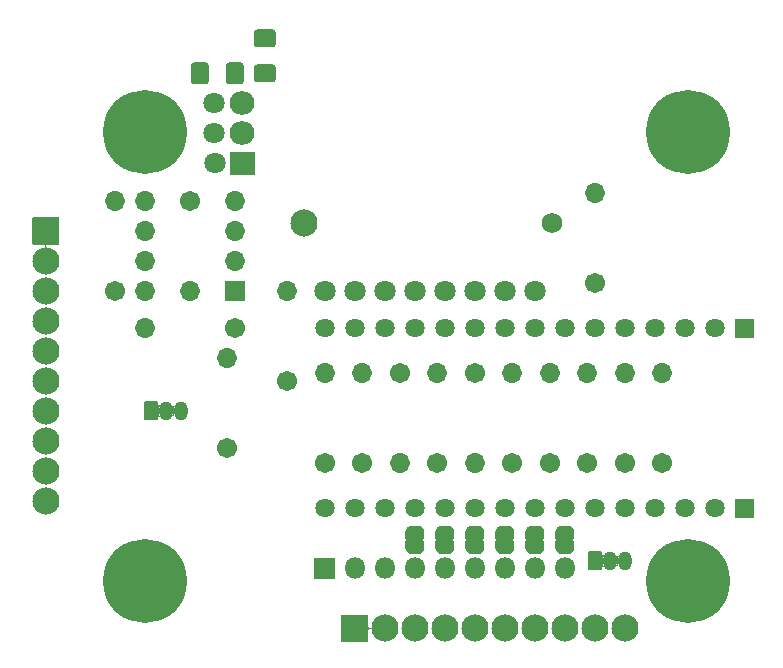
<source format=gbs>
G04 #@! TF.GenerationSoftware,KiCad,Pcbnew,(5.1.10)-1*
G04 #@! TF.CreationDate,2021-09-02T16:04:07+02:00*
G04 #@! TF.ProjectId,Motorrumsstyrning,4d6f746f-7272-4756-9d73-737479726e69,rev?*
G04 #@! TF.SameCoordinates,Original*
G04 #@! TF.FileFunction,Soldermask,Bot*
G04 #@! TF.FilePolarity,Negative*
%FSLAX46Y46*%
G04 Gerber Fmt 4.6, Leading zero omitted, Abs format (unit mm)*
G04 Created by KiCad (PCBNEW (5.1.10)-1) date 2021-09-02 16:04:07*
%MOMM*%
%LPD*%
G01*
G04 APERTURE LIST*
%ADD10O,2.102000X2.007000*%
%ADD11C,1.752000*%
%ADD12C,2.302000*%
%ADD13C,1.632000*%
%ADD14O,1.802000X1.802000*%
%ADD15C,1.802000*%
%ADD16C,0.100000*%
%ADD17O,1.702000X1.702000*%
%ADD18C,1.702000*%
%ADD19O,1.152000X1.602000*%
%ADD20C,7.102000*%
G04 APERTURE END LIST*
D10*
X135255000Y-75565000D03*
X135255000Y-78105000D03*
G36*
G01*
X136255000Y-81648500D02*
X134255000Y-81648500D01*
G75*
G02*
X134204000Y-81597500I0J51000D01*
G01*
X134204000Y-79692500D01*
G75*
G02*
X134255000Y-79641500I51000J0D01*
G01*
X136255000Y-79641500D01*
G75*
G02*
X136306000Y-79692500I0J-51000D01*
G01*
X136306000Y-81597500D01*
G75*
G02*
X136255000Y-81648500I-51000J0D01*
G01*
G37*
D11*
X161450000Y-85650000D03*
D12*
X140450000Y-85650000D03*
G36*
G01*
X136501894Y-72261500D02*
X137818106Y-72261500D01*
G75*
G02*
X138086000Y-72529394I0J-267894D01*
G01*
X138086000Y-73520606D01*
G75*
G02*
X137818106Y-73788500I-267894J0D01*
G01*
X136501894Y-73788500D01*
G75*
G02*
X136234000Y-73520606I0J267894D01*
G01*
X136234000Y-72529394D01*
G75*
G02*
X136501894Y-72261500I267894J0D01*
G01*
G37*
G36*
G01*
X136501894Y-69286500D02*
X137818106Y-69286500D01*
G75*
G02*
X138086000Y-69554394I0J-267894D01*
G01*
X138086000Y-70545606D01*
G75*
G02*
X137818106Y-70813500I-267894J0D01*
G01*
X136501894Y-70813500D01*
G75*
G02*
X136234000Y-70545606I0J267894D01*
G01*
X136234000Y-69554394D01*
G75*
G02*
X136501894Y-69286500I267894J0D01*
G01*
G37*
G36*
G01*
X133856500Y-73683106D02*
X133856500Y-72366894D01*
G75*
G02*
X134124394Y-72099000I267894J0D01*
G01*
X135115606Y-72099000D01*
G75*
G02*
X135383500Y-72366894I0J-267894D01*
G01*
X135383500Y-73683106D01*
G75*
G02*
X135115606Y-73951000I-267894J0D01*
G01*
X134124394Y-73951000D01*
G75*
G02*
X133856500Y-73683106I0J267894D01*
G01*
G37*
G36*
G01*
X130881500Y-73683106D02*
X130881500Y-72366894D01*
G75*
G02*
X131149394Y-72099000I267894J0D01*
G01*
X132140606Y-72099000D01*
G75*
G02*
X132408500Y-72366894I0J-267894D01*
G01*
X132408500Y-73683106D01*
G75*
G02*
X132140606Y-73951000I-267894J0D01*
G01*
X131149394Y-73951000D01*
G75*
G02*
X130881500Y-73683106I0J267894D01*
G01*
G37*
D13*
X142240000Y-94615000D03*
X144780000Y-94615000D03*
X147320000Y-94615000D03*
X149860000Y-94615000D03*
X152400000Y-94615000D03*
X154940000Y-94615000D03*
X157480000Y-94615000D03*
X160020000Y-94615000D03*
X162560000Y-94615000D03*
X165100000Y-94615000D03*
X167640000Y-94615000D03*
X170180000Y-94615000D03*
X172720000Y-94615000D03*
X175260000Y-94615000D03*
G36*
G01*
X177035000Y-93799000D02*
X178565000Y-93799000D01*
G75*
G02*
X178616000Y-93850000I0J-51000D01*
G01*
X178616000Y-95380000D01*
G75*
G02*
X178565000Y-95431000I-51000J0D01*
G01*
X177035000Y-95431000D01*
G75*
G02*
X176984000Y-95380000I0J51000D01*
G01*
X176984000Y-93850000D01*
G75*
G02*
X177035000Y-93799000I51000J0D01*
G01*
G37*
X142240000Y-109855000D03*
X144780000Y-109855000D03*
X147320000Y-109855000D03*
X149860000Y-109855000D03*
X152400000Y-109855000D03*
X154940000Y-109855000D03*
X157480000Y-109855000D03*
X160020000Y-109855000D03*
X162560000Y-109855000D03*
X165100000Y-109855000D03*
X167640000Y-109855000D03*
X170180000Y-109855000D03*
X172720000Y-109855000D03*
X175260000Y-109855000D03*
G36*
G01*
X177035000Y-109039000D02*
X178565000Y-109039000D01*
G75*
G02*
X178616000Y-109090000I0J-51000D01*
G01*
X178616000Y-110620000D01*
G75*
G02*
X178565000Y-110671000I-51000J0D01*
G01*
X177035000Y-110671000D01*
G75*
G02*
X176984000Y-110620000I0J51000D01*
G01*
X176984000Y-109090000D01*
G75*
G02*
X177035000Y-109039000I51000J0D01*
G01*
G37*
D14*
X162560000Y-114935000D03*
X160020000Y-114935000D03*
X157480000Y-114935000D03*
X154940000Y-114935000D03*
X152400000Y-114935000D03*
X149860000Y-114935000D03*
X147320000Y-114935000D03*
X144780000Y-114935000D03*
G36*
G01*
X143090000Y-115836000D02*
X141390000Y-115836000D01*
G75*
G02*
X141339000Y-115785000I0J51000D01*
G01*
X141339000Y-114085000D01*
G75*
G02*
X141390000Y-114034000I51000J0D01*
G01*
X143090000Y-114034000D01*
G75*
G02*
X143141000Y-114085000I0J-51000D01*
G01*
X143141000Y-115785000D01*
G75*
G02*
X143090000Y-115836000I-51000J0D01*
G01*
G37*
D15*
X132842000Y-78105000D03*
X132969000Y-80645000D03*
X132842000Y-75565000D03*
D16*
G36*
X163360020Y-112381950D02*
G01*
X163357118Y-112391517D01*
X163352405Y-112400334D01*
X163346062Y-112408062D01*
X163338334Y-112414405D01*
X163329517Y-112419118D01*
X163319950Y-112422020D01*
X163310000Y-112423000D01*
X161810000Y-112423000D01*
X161800050Y-112422020D01*
X161790483Y-112419118D01*
X161781666Y-112414405D01*
X161773938Y-112408062D01*
X161767595Y-112400334D01*
X161762882Y-112391517D01*
X161759980Y-112381950D01*
X161759000Y-112372000D01*
X161759000Y-111872000D01*
X161759602Y-111865888D01*
X161759602Y-111847466D01*
X161759848Y-111842467D01*
X161764658Y-111793636D01*
X161765392Y-111788686D01*
X161774964Y-111740561D01*
X161776180Y-111735705D01*
X161790424Y-111688750D01*
X161792110Y-111684039D01*
X161810887Y-111638706D01*
X161813027Y-111634180D01*
X161836158Y-111590907D01*
X161838731Y-111586616D01*
X161865991Y-111545817D01*
X161868973Y-111541796D01*
X161900101Y-111503867D01*
X161903462Y-111500159D01*
X161938159Y-111465462D01*
X161941867Y-111462101D01*
X161979796Y-111430973D01*
X161983817Y-111427991D01*
X162024616Y-111400731D01*
X162028907Y-111398158D01*
X162072180Y-111375027D01*
X162076706Y-111372887D01*
X162122039Y-111354110D01*
X162126750Y-111352424D01*
X162173705Y-111338180D01*
X162178561Y-111336964D01*
X162226686Y-111327392D01*
X162231636Y-111326658D01*
X162280467Y-111321848D01*
X162285466Y-111321602D01*
X162303888Y-111321602D01*
X162310000Y-111321000D01*
X162810000Y-111321000D01*
X162816112Y-111321602D01*
X162834534Y-111321602D01*
X162839533Y-111321848D01*
X162888364Y-111326658D01*
X162893314Y-111327392D01*
X162941439Y-111336964D01*
X162946295Y-111338180D01*
X162993250Y-111352424D01*
X162997961Y-111354110D01*
X163043294Y-111372887D01*
X163047820Y-111375027D01*
X163091093Y-111398158D01*
X163095384Y-111400731D01*
X163136183Y-111427991D01*
X163140204Y-111430973D01*
X163178133Y-111462101D01*
X163181841Y-111465462D01*
X163216538Y-111500159D01*
X163219899Y-111503867D01*
X163251027Y-111541796D01*
X163254009Y-111545817D01*
X163281269Y-111586616D01*
X163283842Y-111590907D01*
X163306973Y-111634180D01*
X163309113Y-111638706D01*
X163327890Y-111684039D01*
X163329576Y-111688750D01*
X163343820Y-111735705D01*
X163345036Y-111740561D01*
X163354608Y-111788686D01*
X163355342Y-111793636D01*
X163360152Y-111842467D01*
X163360398Y-111847466D01*
X163360398Y-111865888D01*
X163361000Y-111872000D01*
X163361000Y-112372000D01*
X163360020Y-112381950D01*
G37*
G36*
X163360398Y-113178112D02*
G01*
X163360398Y-113196534D01*
X163360152Y-113201533D01*
X163355342Y-113250364D01*
X163354608Y-113255314D01*
X163345036Y-113303439D01*
X163343820Y-113308295D01*
X163329576Y-113355250D01*
X163327890Y-113359961D01*
X163309113Y-113405294D01*
X163306973Y-113409820D01*
X163283842Y-113453093D01*
X163281269Y-113457384D01*
X163254009Y-113498183D01*
X163251027Y-113502204D01*
X163219899Y-113540133D01*
X163216538Y-113543841D01*
X163181841Y-113578538D01*
X163178133Y-113581899D01*
X163140204Y-113613027D01*
X163136183Y-113616009D01*
X163095384Y-113643269D01*
X163091093Y-113645842D01*
X163047820Y-113668973D01*
X163043294Y-113671113D01*
X162997961Y-113689890D01*
X162993250Y-113691576D01*
X162946295Y-113705820D01*
X162941439Y-113707036D01*
X162893314Y-113716608D01*
X162888364Y-113717342D01*
X162839533Y-113722152D01*
X162834534Y-113722398D01*
X162816112Y-113722398D01*
X162810000Y-113723000D01*
X162310000Y-113723000D01*
X162303888Y-113722398D01*
X162285466Y-113722398D01*
X162280467Y-113722152D01*
X162231636Y-113717342D01*
X162226686Y-113716608D01*
X162178561Y-113707036D01*
X162173705Y-113705820D01*
X162126750Y-113691576D01*
X162122039Y-113689890D01*
X162076706Y-113671113D01*
X162072180Y-113668973D01*
X162028907Y-113645842D01*
X162024616Y-113643269D01*
X161983817Y-113616009D01*
X161979796Y-113613027D01*
X161941867Y-113581899D01*
X161938159Y-113578538D01*
X161903462Y-113543841D01*
X161900101Y-113540133D01*
X161868973Y-113502204D01*
X161865991Y-113498183D01*
X161838731Y-113457384D01*
X161836158Y-113453093D01*
X161813027Y-113409820D01*
X161810887Y-113405294D01*
X161792110Y-113359961D01*
X161790424Y-113355250D01*
X161776180Y-113308295D01*
X161774964Y-113303439D01*
X161765392Y-113255314D01*
X161764658Y-113250364D01*
X161759848Y-113201533D01*
X161759602Y-113196534D01*
X161759602Y-113178112D01*
X161759000Y-113172000D01*
X161759000Y-112672000D01*
X161759980Y-112662050D01*
X161762882Y-112652483D01*
X161767595Y-112643666D01*
X161773938Y-112635938D01*
X161781666Y-112629595D01*
X161790483Y-112624882D01*
X161800050Y-112621980D01*
X161810000Y-112621000D01*
X163310000Y-112621000D01*
X163319950Y-112621980D01*
X163329517Y-112624882D01*
X163338334Y-112629595D01*
X163346062Y-112635938D01*
X163352405Y-112643666D01*
X163357118Y-112652483D01*
X163360020Y-112662050D01*
X163361000Y-112672000D01*
X163361000Y-113172000D01*
X163360398Y-113178112D01*
G37*
G36*
X160820020Y-112381950D02*
G01*
X160817118Y-112391517D01*
X160812405Y-112400334D01*
X160806062Y-112408062D01*
X160798334Y-112414405D01*
X160789517Y-112419118D01*
X160779950Y-112422020D01*
X160770000Y-112423000D01*
X159270000Y-112423000D01*
X159260050Y-112422020D01*
X159250483Y-112419118D01*
X159241666Y-112414405D01*
X159233938Y-112408062D01*
X159227595Y-112400334D01*
X159222882Y-112391517D01*
X159219980Y-112381950D01*
X159219000Y-112372000D01*
X159219000Y-111872000D01*
X159219602Y-111865888D01*
X159219602Y-111847466D01*
X159219848Y-111842467D01*
X159224658Y-111793636D01*
X159225392Y-111788686D01*
X159234964Y-111740561D01*
X159236180Y-111735705D01*
X159250424Y-111688750D01*
X159252110Y-111684039D01*
X159270887Y-111638706D01*
X159273027Y-111634180D01*
X159296158Y-111590907D01*
X159298731Y-111586616D01*
X159325991Y-111545817D01*
X159328973Y-111541796D01*
X159360101Y-111503867D01*
X159363462Y-111500159D01*
X159398159Y-111465462D01*
X159401867Y-111462101D01*
X159439796Y-111430973D01*
X159443817Y-111427991D01*
X159484616Y-111400731D01*
X159488907Y-111398158D01*
X159532180Y-111375027D01*
X159536706Y-111372887D01*
X159582039Y-111354110D01*
X159586750Y-111352424D01*
X159633705Y-111338180D01*
X159638561Y-111336964D01*
X159686686Y-111327392D01*
X159691636Y-111326658D01*
X159740467Y-111321848D01*
X159745466Y-111321602D01*
X159763888Y-111321602D01*
X159770000Y-111321000D01*
X160270000Y-111321000D01*
X160276112Y-111321602D01*
X160294534Y-111321602D01*
X160299533Y-111321848D01*
X160348364Y-111326658D01*
X160353314Y-111327392D01*
X160401439Y-111336964D01*
X160406295Y-111338180D01*
X160453250Y-111352424D01*
X160457961Y-111354110D01*
X160503294Y-111372887D01*
X160507820Y-111375027D01*
X160551093Y-111398158D01*
X160555384Y-111400731D01*
X160596183Y-111427991D01*
X160600204Y-111430973D01*
X160638133Y-111462101D01*
X160641841Y-111465462D01*
X160676538Y-111500159D01*
X160679899Y-111503867D01*
X160711027Y-111541796D01*
X160714009Y-111545817D01*
X160741269Y-111586616D01*
X160743842Y-111590907D01*
X160766973Y-111634180D01*
X160769113Y-111638706D01*
X160787890Y-111684039D01*
X160789576Y-111688750D01*
X160803820Y-111735705D01*
X160805036Y-111740561D01*
X160814608Y-111788686D01*
X160815342Y-111793636D01*
X160820152Y-111842467D01*
X160820398Y-111847466D01*
X160820398Y-111865888D01*
X160821000Y-111872000D01*
X160821000Y-112372000D01*
X160820020Y-112381950D01*
G37*
G36*
X160820398Y-113178112D02*
G01*
X160820398Y-113196534D01*
X160820152Y-113201533D01*
X160815342Y-113250364D01*
X160814608Y-113255314D01*
X160805036Y-113303439D01*
X160803820Y-113308295D01*
X160789576Y-113355250D01*
X160787890Y-113359961D01*
X160769113Y-113405294D01*
X160766973Y-113409820D01*
X160743842Y-113453093D01*
X160741269Y-113457384D01*
X160714009Y-113498183D01*
X160711027Y-113502204D01*
X160679899Y-113540133D01*
X160676538Y-113543841D01*
X160641841Y-113578538D01*
X160638133Y-113581899D01*
X160600204Y-113613027D01*
X160596183Y-113616009D01*
X160555384Y-113643269D01*
X160551093Y-113645842D01*
X160507820Y-113668973D01*
X160503294Y-113671113D01*
X160457961Y-113689890D01*
X160453250Y-113691576D01*
X160406295Y-113705820D01*
X160401439Y-113707036D01*
X160353314Y-113716608D01*
X160348364Y-113717342D01*
X160299533Y-113722152D01*
X160294534Y-113722398D01*
X160276112Y-113722398D01*
X160270000Y-113723000D01*
X159770000Y-113723000D01*
X159763888Y-113722398D01*
X159745466Y-113722398D01*
X159740467Y-113722152D01*
X159691636Y-113717342D01*
X159686686Y-113716608D01*
X159638561Y-113707036D01*
X159633705Y-113705820D01*
X159586750Y-113691576D01*
X159582039Y-113689890D01*
X159536706Y-113671113D01*
X159532180Y-113668973D01*
X159488907Y-113645842D01*
X159484616Y-113643269D01*
X159443817Y-113616009D01*
X159439796Y-113613027D01*
X159401867Y-113581899D01*
X159398159Y-113578538D01*
X159363462Y-113543841D01*
X159360101Y-113540133D01*
X159328973Y-113502204D01*
X159325991Y-113498183D01*
X159298731Y-113457384D01*
X159296158Y-113453093D01*
X159273027Y-113409820D01*
X159270887Y-113405294D01*
X159252110Y-113359961D01*
X159250424Y-113355250D01*
X159236180Y-113308295D01*
X159234964Y-113303439D01*
X159225392Y-113255314D01*
X159224658Y-113250364D01*
X159219848Y-113201533D01*
X159219602Y-113196534D01*
X159219602Y-113178112D01*
X159219000Y-113172000D01*
X159219000Y-112672000D01*
X159219980Y-112662050D01*
X159222882Y-112652483D01*
X159227595Y-112643666D01*
X159233938Y-112635938D01*
X159241666Y-112629595D01*
X159250483Y-112624882D01*
X159260050Y-112621980D01*
X159270000Y-112621000D01*
X160770000Y-112621000D01*
X160779950Y-112621980D01*
X160789517Y-112624882D01*
X160798334Y-112629595D01*
X160806062Y-112635938D01*
X160812405Y-112643666D01*
X160817118Y-112652483D01*
X160820020Y-112662050D01*
X160821000Y-112672000D01*
X160821000Y-113172000D01*
X160820398Y-113178112D01*
G37*
G36*
X158280020Y-112381950D02*
G01*
X158277118Y-112391517D01*
X158272405Y-112400334D01*
X158266062Y-112408062D01*
X158258334Y-112414405D01*
X158249517Y-112419118D01*
X158239950Y-112422020D01*
X158230000Y-112423000D01*
X156730000Y-112423000D01*
X156720050Y-112422020D01*
X156710483Y-112419118D01*
X156701666Y-112414405D01*
X156693938Y-112408062D01*
X156687595Y-112400334D01*
X156682882Y-112391517D01*
X156679980Y-112381950D01*
X156679000Y-112372000D01*
X156679000Y-111872000D01*
X156679602Y-111865888D01*
X156679602Y-111847466D01*
X156679848Y-111842467D01*
X156684658Y-111793636D01*
X156685392Y-111788686D01*
X156694964Y-111740561D01*
X156696180Y-111735705D01*
X156710424Y-111688750D01*
X156712110Y-111684039D01*
X156730887Y-111638706D01*
X156733027Y-111634180D01*
X156756158Y-111590907D01*
X156758731Y-111586616D01*
X156785991Y-111545817D01*
X156788973Y-111541796D01*
X156820101Y-111503867D01*
X156823462Y-111500159D01*
X156858159Y-111465462D01*
X156861867Y-111462101D01*
X156899796Y-111430973D01*
X156903817Y-111427991D01*
X156944616Y-111400731D01*
X156948907Y-111398158D01*
X156992180Y-111375027D01*
X156996706Y-111372887D01*
X157042039Y-111354110D01*
X157046750Y-111352424D01*
X157093705Y-111338180D01*
X157098561Y-111336964D01*
X157146686Y-111327392D01*
X157151636Y-111326658D01*
X157200467Y-111321848D01*
X157205466Y-111321602D01*
X157223888Y-111321602D01*
X157230000Y-111321000D01*
X157730000Y-111321000D01*
X157736112Y-111321602D01*
X157754534Y-111321602D01*
X157759533Y-111321848D01*
X157808364Y-111326658D01*
X157813314Y-111327392D01*
X157861439Y-111336964D01*
X157866295Y-111338180D01*
X157913250Y-111352424D01*
X157917961Y-111354110D01*
X157963294Y-111372887D01*
X157967820Y-111375027D01*
X158011093Y-111398158D01*
X158015384Y-111400731D01*
X158056183Y-111427991D01*
X158060204Y-111430973D01*
X158098133Y-111462101D01*
X158101841Y-111465462D01*
X158136538Y-111500159D01*
X158139899Y-111503867D01*
X158171027Y-111541796D01*
X158174009Y-111545817D01*
X158201269Y-111586616D01*
X158203842Y-111590907D01*
X158226973Y-111634180D01*
X158229113Y-111638706D01*
X158247890Y-111684039D01*
X158249576Y-111688750D01*
X158263820Y-111735705D01*
X158265036Y-111740561D01*
X158274608Y-111788686D01*
X158275342Y-111793636D01*
X158280152Y-111842467D01*
X158280398Y-111847466D01*
X158280398Y-111865888D01*
X158281000Y-111872000D01*
X158281000Y-112372000D01*
X158280020Y-112381950D01*
G37*
G36*
X158280398Y-113178112D02*
G01*
X158280398Y-113196534D01*
X158280152Y-113201533D01*
X158275342Y-113250364D01*
X158274608Y-113255314D01*
X158265036Y-113303439D01*
X158263820Y-113308295D01*
X158249576Y-113355250D01*
X158247890Y-113359961D01*
X158229113Y-113405294D01*
X158226973Y-113409820D01*
X158203842Y-113453093D01*
X158201269Y-113457384D01*
X158174009Y-113498183D01*
X158171027Y-113502204D01*
X158139899Y-113540133D01*
X158136538Y-113543841D01*
X158101841Y-113578538D01*
X158098133Y-113581899D01*
X158060204Y-113613027D01*
X158056183Y-113616009D01*
X158015384Y-113643269D01*
X158011093Y-113645842D01*
X157967820Y-113668973D01*
X157963294Y-113671113D01*
X157917961Y-113689890D01*
X157913250Y-113691576D01*
X157866295Y-113705820D01*
X157861439Y-113707036D01*
X157813314Y-113716608D01*
X157808364Y-113717342D01*
X157759533Y-113722152D01*
X157754534Y-113722398D01*
X157736112Y-113722398D01*
X157730000Y-113723000D01*
X157230000Y-113723000D01*
X157223888Y-113722398D01*
X157205466Y-113722398D01*
X157200467Y-113722152D01*
X157151636Y-113717342D01*
X157146686Y-113716608D01*
X157098561Y-113707036D01*
X157093705Y-113705820D01*
X157046750Y-113691576D01*
X157042039Y-113689890D01*
X156996706Y-113671113D01*
X156992180Y-113668973D01*
X156948907Y-113645842D01*
X156944616Y-113643269D01*
X156903817Y-113616009D01*
X156899796Y-113613027D01*
X156861867Y-113581899D01*
X156858159Y-113578538D01*
X156823462Y-113543841D01*
X156820101Y-113540133D01*
X156788973Y-113502204D01*
X156785991Y-113498183D01*
X156758731Y-113457384D01*
X156756158Y-113453093D01*
X156733027Y-113409820D01*
X156730887Y-113405294D01*
X156712110Y-113359961D01*
X156710424Y-113355250D01*
X156696180Y-113308295D01*
X156694964Y-113303439D01*
X156685392Y-113255314D01*
X156684658Y-113250364D01*
X156679848Y-113201533D01*
X156679602Y-113196534D01*
X156679602Y-113178112D01*
X156679000Y-113172000D01*
X156679000Y-112672000D01*
X156679980Y-112662050D01*
X156682882Y-112652483D01*
X156687595Y-112643666D01*
X156693938Y-112635938D01*
X156701666Y-112629595D01*
X156710483Y-112624882D01*
X156720050Y-112621980D01*
X156730000Y-112621000D01*
X158230000Y-112621000D01*
X158239950Y-112621980D01*
X158249517Y-112624882D01*
X158258334Y-112629595D01*
X158266062Y-112635938D01*
X158272405Y-112643666D01*
X158277118Y-112652483D01*
X158280020Y-112662050D01*
X158281000Y-112672000D01*
X158281000Y-113172000D01*
X158280398Y-113178112D01*
G37*
G36*
X155740020Y-112381950D02*
G01*
X155737118Y-112391517D01*
X155732405Y-112400334D01*
X155726062Y-112408062D01*
X155718334Y-112414405D01*
X155709517Y-112419118D01*
X155699950Y-112422020D01*
X155690000Y-112423000D01*
X154190000Y-112423000D01*
X154180050Y-112422020D01*
X154170483Y-112419118D01*
X154161666Y-112414405D01*
X154153938Y-112408062D01*
X154147595Y-112400334D01*
X154142882Y-112391517D01*
X154139980Y-112381950D01*
X154139000Y-112372000D01*
X154139000Y-111872000D01*
X154139602Y-111865888D01*
X154139602Y-111847466D01*
X154139848Y-111842467D01*
X154144658Y-111793636D01*
X154145392Y-111788686D01*
X154154964Y-111740561D01*
X154156180Y-111735705D01*
X154170424Y-111688750D01*
X154172110Y-111684039D01*
X154190887Y-111638706D01*
X154193027Y-111634180D01*
X154216158Y-111590907D01*
X154218731Y-111586616D01*
X154245991Y-111545817D01*
X154248973Y-111541796D01*
X154280101Y-111503867D01*
X154283462Y-111500159D01*
X154318159Y-111465462D01*
X154321867Y-111462101D01*
X154359796Y-111430973D01*
X154363817Y-111427991D01*
X154404616Y-111400731D01*
X154408907Y-111398158D01*
X154452180Y-111375027D01*
X154456706Y-111372887D01*
X154502039Y-111354110D01*
X154506750Y-111352424D01*
X154553705Y-111338180D01*
X154558561Y-111336964D01*
X154606686Y-111327392D01*
X154611636Y-111326658D01*
X154660467Y-111321848D01*
X154665466Y-111321602D01*
X154683888Y-111321602D01*
X154690000Y-111321000D01*
X155190000Y-111321000D01*
X155196112Y-111321602D01*
X155214534Y-111321602D01*
X155219533Y-111321848D01*
X155268364Y-111326658D01*
X155273314Y-111327392D01*
X155321439Y-111336964D01*
X155326295Y-111338180D01*
X155373250Y-111352424D01*
X155377961Y-111354110D01*
X155423294Y-111372887D01*
X155427820Y-111375027D01*
X155471093Y-111398158D01*
X155475384Y-111400731D01*
X155516183Y-111427991D01*
X155520204Y-111430973D01*
X155558133Y-111462101D01*
X155561841Y-111465462D01*
X155596538Y-111500159D01*
X155599899Y-111503867D01*
X155631027Y-111541796D01*
X155634009Y-111545817D01*
X155661269Y-111586616D01*
X155663842Y-111590907D01*
X155686973Y-111634180D01*
X155689113Y-111638706D01*
X155707890Y-111684039D01*
X155709576Y-111688750D01*
X155723820Y-111735705D01*
X155725036Y-111740561D01*
X155734608Y-111788686D01*
X155735342Y-111793636D01*
X155740152Y-111842467D01*
X155740398Y-111847466D01*
X155740398Y-111865888D01*
X155741000Y-111872000D01*
X155741000Y-112372000D01*
X155740020Y-112381950D01*
G37*
G36*
X155740398Y-113178112D02*
G01*
X155740398Y-113196534D01*
X155740152Y-113201533D01*
X155735342Y-113250364D01*
X155734608Y-113255314D01*
X155725036Y-113303439D01*
X155723820Y-113308295D01*
X155709576Y-113355250D01*
X155707890Y-113359961D01*
X155689113Y-113405294D01*
X155686973Y-113409820D01*
X155663842Y-113453093D01*
X155661269Y-113457384D01*
X155634009Y-113498183D01*
X155631027Y-113502204D01*
X155599899Y-113540133D01*
X155596538Y-113543841D01*
X155561841Y-113578538D01*
X155558133Y-113581899D01*
X155520204Y-113613027D01*
X155516183Y-113616009D01*
X155475384Y-113643269D01*
X155471093Y-113645842D01*
X155427820Y-113668973D01*
X155423294Y-113671113D01*
X155377961Y-113689890D01*
X155373250Y-113691576D01*
X155326295Y-113705820D01*
X155321439Y-113707036D01*
X155273314Y-113716608D01*
X155268364Y-113717342D01*
X155219533Y-113722152D01*
X155214534Y-113722398D01*
X155196112Y-113722398D01*
X155190000Y-113723000D01*
X154690000Y-113723000D01*
X154683888Y-113722398D01*
X154665466Y-113722398D01*
X154660467Y-113722152D01*
X154611636Y-113717342D01*
X154606686Y-113716608D01*
X154558561Y-113707036D01*
X154553705Y-113705820D01*
X154506750Y-113691576D01*
X154502039Y-113689890D01*
X154456706Y-113671113D01*
X154452180Y-113668973D01*
X154408907Y-113645842D01*
X154404616Y-113643269D01*
X154363817Y-113616009D01*
X154359796Y-113613027D01*
X154321867Y-113581899D01*
X154318159Y-113578538D01*
X154283462Y-113543841D01*
X154280101Y-113540133D01*
X154248973Y-113502204D01*
X154245991Y-113498183D01*
X154218731Y-113457384D01*
X154216158Y-113453093D01*
X154193027Y-113409820D01*
X154190887Y-113405294D01*
X154172110Y-113359961D01*
X154170424Y-113355250D01*
X154156180Y-113308295D01*
X154154964Y-113303439D01*
X154145392Y-113255314D01*
X154144658Y-113250364D01*
X154139848Y-113201533D01*
X154139602Y-113196534D01*
X154139602Y-113178112D01*
X154139000Y-113172000D01*
X154139000Y-112672000D01*
X154139980Y-112662050D01*
X154142882Y-112652483D01*
X154147595Y-112643666D01*
X154153938Y-112635938D01*
X154161666Y-112629595D01*
X154170483Y-112624882D01*
X154180050Y-112621980D01*
X154190000Y-112621000D01*
X155690000Y-112621000D01*
X155699950Y-112621980D01*
X155709517Y-112624882D01*
X155718334Y-112629595D01*
X155726062Y-112635938D01*
X155732405Y-112643666D01*
X155737118Y-112652483D01*
X155740020Y-112662050D01*
X155741000Y-112672000D01*
X155741000Y-113172000D01*
X155740398Y-113178112D01*
G37*
G36*
X153200020Y-112381950D02*
G01*
X153197118Y-112391517D01*
X153192405Y-112400334D01*
X153186062Y-112408062D01*
X153178334Y-112414405D01*
X153169517Y-112419118D01*
X153159950Y-112422020D01*
X153150000Y-112423000D01*
X151650000Y-112423000D01*
X151640050Y-112422020D01*
X151630483Y-112419118D01*
X151621666Y-112414405D01*
X151613938Y-112408062D01*
X151607595Y-112400334D01*
X151602882Y-112391517D01*
X151599980Y-112381950D01*
X151599000Y-112372000D01*
X151599000Y-111872000D01*
X151599602Y-111865888D01*
X151599602Y-111847466D01*
X151599848Y-111842467D01*
X151604658Y-111793636D01*
X151605392Y-111788686D01*
X151614964Y-111740561D01*
X151616180Y-111735705D01*
X151630424Y-111688750D01*
X151632110Y-111684039D01*
X151650887Y-111638706D01*
X151653027Y-111634180D01*
X151676158Y-111590907D01*
X151678731Y-111586616D01*
X151705991Y-111545817D01*
X151708973Y-111541796D01*
X151740101Y-111503867D01*
X151743462Y-111500159D01*
X151778159Y-111465462D01*
X151781867Y-111462101D01*
X151819796Y-111430973D01*
X151823817Y-111427991D01*
X151864616Y-111400731D01*
X151868907Y-111398158D01*
X151912180Y-111375027D01*
X151916706Y-111372887D01*
X151962039Y-111354110D01*
X151966750Y-111352424D01*
X152013705Y-111338180D01*
X152018561Y-111336964D01*
X152066686Y-111327392D01*
X152071636Y-111326658D01*
X152120467Y-111321848D01*
X152125466Y-111321602D01*
X152143888Y-111321602D01*
X152150000Y-111321000D01*
X152650000Y-111321000D01*
X152656112Y-111321602D01*
X152674534Y-111321602D01*
X152679533Y-111321848D01*
X152728364Y-111326658D01*
X152733314Y-111327392D01*
X152781439Y-111336964D01*
X152786295Y-111338180D01*
X152833250Y-111352424D01*
X152837961Y-111354110D01*
X152883294Y-111372887D01*
X152887820Y-111375027D01*
X152931093Y-111398158D01*
X152935384Y-111400731D01*
X152976183Y-111427991D01*
X152980204Y-111430973D01*
X153018133Y-111462101D01*
X153021841Y-111465462D01*
X153056538Y-111500159D01*
X153059899Y-111503867D01*
X153091027Y-111541796D01*
X153094009Y-111545817D01*
X153121269Y-111586616D01*
X153123842Y-111590907D01*
X153146973Y-111634180D01*
X153149113Y-111638706D01*
X153167890Y-111684039D01*
X153169576Y-111688750D01*
X153183820Y-111735705D01*
X153185036Y-111740561D01*
X153194608Y-111788686D01*
X153195342Y-111793636D01*
X153200152Y-111842467D01*
X153200398Y-111847466D01*
X153200398Y-111865888D01*
X153201000Y-111872000D01*
X153201000Y-112372000D01*
X153200020Y-112381950D01*
G37*
G36*
X153200398Y-113178112D02*
G01*
X153200398Y-113196534D01*
X153200152Y-113201533D01*
X153195342Y-113250364D01*
X153194608Y-113255314D01*
X153185036Y-113303439D01*
X153183820Y-113308295D01*
X153169576Y-113355250D01*
X153167890Y-113359961D01*
X153149113Y-113405294D01*
X153146973Y-113409820D01*
X153123842Y-113453093D01*
X153121269Y-113457384D01*
X153094009Y-113498183D01*
X153091027Y-113502204D01*
X153059899Y-113540133D01*
X153056538Y-113543841D01*
X153021841Y-113578538D01*
X153018133Y-113581899D01*
X152980204Y-113613027D01*
X152976183Y-113616009D01*
X152935384Y-113643269D01*
X152931093Y-113645842D01*
X152887820Y-113668973D01*
X152883294Y-113671113D01*
X152837961Y-113689890D01*
X152833250Y-113691576D01*
X152786295Y-113705820D01*
X152781439Y-113707036D01*
X152733314Y-113716608D01*
X152728364Y-113717342D01*
X152679533Y-113722152D01*
X152674534Y-113722398D01*
X152656112Y-113722398D01*
X152650000Y-113723000D01*
X152150000Y-113723000D01*
X152143888Y-113722398D01*
X152125466Y-113722398D01*
X152120467Y-113722152D01*
X152071636Y-113717342D01*
X152066686Y-113716608D01*
X152018561Y-113707036D01*
X152013705Y-113705820D01*
X151966750Y-113691576D01*
X151962039Y-113689890D01*
X151916706Y-113671113D01*
X151912180Y-113668973D01*
X151868907Y-113645842D01*
X151864616Y-113643269D01*
X151823817Y-113616009D01*
X151819796Y-113613027D01*
X151781867Y-113581899D01*
X151778159Y-113578538D01*
X151743462Y-113543841D01*
X151740101Y-113540133D01*
X151708973Y-113502204D01*
X151705991Y-113498183D01*
X151678731Y-113457384D01*
X151676158Y-113453093D01*
X151653027Y-113409820D01*
X151650887Y-113405294D01*
X151632110Y-113359961D01*
X151630424Y-113355250D01*
X151616180Y-113308295D01*
X151614964Y-113303439D01*
X151605392Y-113255314D01*
X151604658Y-113250364D01*
X151599848Y-113201533D01*
X151599602Y-113196534D01*
X151599602Y-113178112D01*
X151599000Y-113172000D01*
X151599000Y-112672000D01*
X151599980Y-112662050D01*
X151602882Y-112652483D01*
X151607595Y-112643666D01*
X151613938Y-112635938D01*
X151621666Y-112629595D01*
X151630483Y-112624882D01*
X151640050Y-112621980D01*
X151650000Y-112621000D01*
X153150000Y-112621000D01*
X153159950Y-112621980D01*
X153169517Y-112624882D01*
X153178334Y-112629595D01*
X153186062Y-112635938D01*
X153192405Y-112643666D01*
X153197118Y-112652483D01*
X153200020Y-112662050D01*
X153201000Y-112672000D01*
X153201000Y-113172000D01*
X153200398Y-113178112D01*
G37*
G36*
X150660020Y-112381950D02*
G01*
X150657118Y-112391517D01*
X150652405Y-112400334D01*
X150646062Y-112408062D01*
X150638334Y-112414405D01*
X150629517Y-112419118D01*
X150619950Y-112422020D01*
X150610000Y-112423000D01*
X149110000Y-112423000D01*
X149100050Y-112422020D01*
X149090483Y-112419118D01*
X149081666Y-112414405D01*
X149073938Y-112408062D01*
X149067595Y-112400334D01*
X149062882Y-112391517D01*
X149059980Y-112381950D01*
X149059000Y-112372000D01*
X149059000Y-111872000D01*
X149059602Y-111865888D01*
X149059602Y-111847466D01*
X149059848Y-111842467D01*
X149064658Y-111793636D01*
X149065392Y-111788686D01*
X149074964Y-111740561D01*
X149076180Y-111735705D01*
X149090424Y-111688750D01*
X149092110Y-111684039D01*
X149110887Y-111638706D01*
X149113027Y-111634180D01*
X149136158Y-111590907D01*
X149138731Y-111586616D01*
X149165991Y-111545817D01*
X149168973Y-111541796D01*
X149200101Y-111503867D01*
X149203462Y-111500159D01*
X149238159Y-111465462D01*
X149241867Y-111462101D01*
X149279796Y-111430973D01*
X149283817Y-111427991D01*
X149324616Y-111400731D01*
X149328907Y-111398158D01*
X149372180Y-111375027D01*
X149376706Y-111372887D01*
X149422039Y-111354110D01*
X149426750Y-111352424D01*
X149473705Y-111338180D01*
X149478561Y-111336964D01*
X149526686Y-111327392D01*
X149531636Y-111326658D01*
X149580467Y-111321848D01*
X149585466Y-111321602D01*
X149603888Y-111321602D01*
X149610000Y-111321000D01*
X150110000Y-111321000D01*
X150116112Y-111321602D01*
X150134534Y-111321602D01*
X150139533Y-111321848D01*
X150188364Y-111326658D01*
X150193314Y-111327392D01*
X150241439Y-111336964D01*
X150246295Y-111338180D01*
X150293250Y-111352424D01*
X150297961Y-111354110D01*
X150343294Y-111372887D01*
X150347820Y-111375027D01*
X150391093Y-111398158D01*
X150395384Y-111400731D01*
X150436183Y-111427991D01*
X150440204Y-111430973D01*
X150478133Y-111462101D01*
X150481841Y-111465462D01*
X150516538Y-111500159D01*
X150519899Y-111503867D01*
X150551027Y-111541796D01*
X150554009Y-111545817D01*
X150581269Y-111586616D01*
X150583842Y-111590907D01*
X150606973Y-111634180D01*
X150609113Y-111638706D01*
X150627890Y-111684039D01*
X150629576Y-111688750D01*
X150643820Y-111735705D01*
X150645036Y-111740561D01*
X150654608Y-111788686D01*
X150655342Y-111793636D01*
X150660152Y-111842467D01*
X150660398Y-111847466D01*
X150660398Y-111865888D01*
X150661000Y-111872000D01*
X150661000Y-112372000D01*
X150660020Y-112381950D01*
G37*
G36*
X150660398Y-113178112D02*
G01*
X150660398Y-113196534D01*
X150660152Y-113201533D01*
X150655342Y-113250364D01*
X150654608Y-113255314D01*
X150645036Y-113303439D01*
X150643820Y-113308295D01*
X150629576Y-113355250D01*
X150627890Y-113359961D01*
X150609113Y-113405294D01*
X150606973Y-113409820D01*
X150583842Y-113453093D01*
X150581269Y-113457384D01*
X150554009Y-113498183D01*
X150551027Y-113502204D01*
X150519899Y-113540133D01*
X150516538Y-113543841D01*
X150481841Y-113578538D01*
X150478133Y-113581899D01*
X150440204Y-113613027D01*
X150436183Y-113616009D01*
X150395384Y-113643269D01*
X150391093Y-113645842D01*
X150347820Y-113668973D01*
X150343294Y-113671113D01*
X150297961Y-113689890D01*
X150293250Y-113691576D01*
X150246295Y-113705820D01*
X150241439Y-113707036D01*
X150193314Y-113716608D01*
X150188364Y-113717342D01*
X150139533Y-113722152D01*
X150134534Y-113722398D01*
X150116112Y-113722398D01*
X150110000Y-113723000D01*
X149610000Y-113723000D01*
X149603888Y-113722398D01*
X149585466Y-113722398D01*
X149580467Y-113722152D01*
X149531636Y-113717342D01*
X149526686Y-113716608D01*
X149478561Y-113707036D01*
X149473705Y-113705820D01*
X149426750Y-113691576D01*
X149422039Y-113689890D01*
X149376706Y-113671113D01*
X149372180Y-113668973D01*
X149328907Y-113645842D01*
X149324616Y-113643269D01*
X149283817Y-113616009D01*
X149279796Y-113613027D01*
X149241867Y-113581899D01*
X149238159Y-113578538D01*
X149203462Y-113543841D01*
X149200101Y-113540133D01*
X149168973Y-113502204D01*
X149165991Y-113498183D01*
X149138731Y-113457384D01*
X149136158Y-113453093D01*
X149113027Y-113409820D01*
X149110887Y-113405294D01*
X149092110Y-113359961D01*
X149090424Y-113355250D01*
X149076180Y-113308295D01*
X149074964Y-113303439D01*
X149065392Y-113255314D01*
X149064658Y-113250364D01*
X149059848Y-113201533D01*
X149059602Y-113196534D01*
X149059602Y-113178112D01*
X149059000Y-113172000D01*
X149059000Y-112672000D01*
X149059980Y-112662050D01*
X149062882Y-112652483D01*
X149067595Y-112643666D01*
X149073938Y-112635938D01*
X149081666Y-112629595D01*
X149090483Y-112624882D01*
X149100050Y-112621980D01*
X149110000Y-112621000D01*
X150610000Y-112621000D01*
X150619950Y-112621980D01*
X150629517Y-112624882D01*
X150638334Y-112629595D01*
X150646062Y-112635938D01*
X150652405Y-112643666D01*
X150657118Y-112652483D01*
X150660020Y-112662050D01*
X150661000Y-112672000D01*
X150661000Y-113172000D01*
X150660398Y-113178112D01*
G37*
D17*
X133985000Y-97155000D03*
D18*
X133985000Y-104775000D03*
D17*
X164465000Y-98425000D03*
D18*
X164465000Y-106045000D03*
D17*
X145415000Y-98425000D03*
D18*
X145415000Y-106045000D03*
D17*
X142240000Y-98425000D03*
D18*
X142240000Y-106045000D03*
D15*
X154940000Y-91440000D03*
X152400000Y-91440000D03*
X144780000Y-91440000D03*
X142240000Y-91440000D03*
X160020000Y-91440000D03*
X157480000Y-91440000D03*
X149860000Y-91440000D03*
X147320000Y-91440000D03*
D17*
X165100000Y-83185000D03*
D18*
X165100000Y-90805000D03*
D17*
X158115000Y-98425000D03*
D18*
X158115000Y-106045000D03*
X139065000Y-99060000D03*
D17*
X139065000Y-91440000D03*
X170815000Y-98425000D03*
D18*
X170815000Y-106045000D03*
D17*
X127000000Y-94615000D03*
D18*
X134620000Y-94615000D03*
D17*
X161290000Y-98425000D03*
D18*
X161290000Y-106045000D03*
D17*
X124460000Y-83820000D03*
D18*
X124460000Y-91440000D03*
D17*
X154940000Y-106045000D03*
D18*
X154940000Y-98425000D03*
D17*
X151765000Y-98425000D03*
D18*
X151765000Y-106045000D03*
D17*
X167640000Y-98425000D03*
D18*
X167640000Y-106045000D03*
D17*
X130810000Y-91440000D03*
D18*
X130810000Y-83820000D03*
D17*
X148590000Y-106045000D03*
D18*
X148590000Y-98425000D03*
G36*
G01*
X143629000Y-121115000D02*
X143629000Y-118915000D01*
G75*
G02*
X143680000Y-118864000I51000J0D01*
G01*
X145880000Y-118864000D01*
G75*
G02*
X145931000Y-118915000I0J-51000D01*
G01*
X145931000Y-121115000D01*
G75*
G02*
X145880000Y-121166000I-51000J0D01*
G01*
X143680000Y-121166000D01*
G75*
G02*
X143629000Y-121115000I0J51000D01*
G01*
G37*
D12*
X147320000Y-120015000D03*
X149860000Y-120015000D03*
X152400000Y-120015000D03*
X154940000Y-120015000D03*
X157480000Y-120015000D03*
X160020000Y-120015000D03*
X162560000Y-120015000D03*
X165100000Y-120015000D03*
X167640000Y-120015000D03*
G36*
G01*
X117518000Y-85209000D02*
X119718000Y-85209000D01*
G75*
G02*
X119769000Y-85260000I0J-51000D01*
G01*
X119769000Y-87460000D01*
G75*
G02*
X119718000Y-87511000I-51000J0D01*
G01*
X117518000Y-87511000D01*
G75*
G02*
X117467000Y-87460000I0J51000D01*
G01*
X117467000Y-85260000D01*
G75*
G02*
X117518000Y-85209000I51000J0D01*
G01*
G37*
X118618000Y-88900000D03*
X118618000Y-91440000D03*
X118618000Y-93980000D03*
X118618000Y-96520000D03*
X118618000Y-99060000D03*
X118618000Y-101600000D03*
X118618000Y-104140000D03*
X118618000Y-106680000D03*
X118618000Y-109220000D03*
D17*
X127000000Y-91440000D03*
X134620000Y-83820000D03*
X127000000Y-88900000D03*
X134620000Y-86360000D03*
X127000000Y-86360000D03*
X134620000Y-88900000D03*
X127000000Y-83820000D03*
G36*
G01*
X135471000Y-90640000D02*
X135471000Y-92240000D01*
G75*
G02*
X135420000Y-92291000I-51000J0D01*
G01*
X133820000Y-92291000D01*
G75*
G02*
X133769000Y-92240000I0J51000D01*
G01*
X133769000Y-90640000D01*
G75*
G02*
X133820000Y-90589000I51000J0D01*
G01*
X135420000Y-90589000D01*
G75*
G02*
X135471000Y-90640000I0J-51000D01*
G01*
G37*
G36*
G01*
X126932000Y-102350000D02*
X126932000Y-100850000D01*
G75*
G02*
X126983000Y-100799000I51000J0D01*
G01*
X128033000Y-100799000D01*
G75*
G02*
X128084000Y-100850000I0J-51000D01*
G01*
X128084000Y-102350000D01*
G75*
G02*
X128033000Y-102401000I-51000J0D01*
G01*
X126983000Y-102401000D01*
G75*
G02*
X126932000Y-102350000I0J51000D01*
G01*
G37*
D19*
X130048000Y-101600000D03*
X128778000Y-101600000D03*
G36*
G01*
X164524000Y-115050000D02*
X164524000Y-113550000D01*
G75*
G02*
X164575000Y-113499000I51000J0D01*
G01*
X165625000Y-113499000D01*
G75*
G02*
X165676000Y-113550000I0J-51000D01*
G01*
X165676000Y-115050000D01*
G75*
G02*
X165625000Y-115101000I-51000J0D01*
G01*
X164575000Y-115101000D01*
G75*
G02*
X164524000Y-115050000I0J51000D01*
G01*
G37*
X167640000Y-114300000D03*
X166370000Y-114300000D03*
D20*
X173000000Y-116000000D03*
X173000000Y-78000000D03*
X127000000Y-116000000D03*
X127000000Y-78000000D03*
D16*
G36*
X145932990Y-119860304D02*
G01*
X145935372Y-119884491D01*
X145942372Y-119907566D01*
X145953737Y-119928830D01*
X145969032Y-119947467D01*
X145987669Y-119962762D01*
X146008933Y-119974127D01*
X146032008Y-119981127D01*
X146055999Y-119983490D01*
X146079990Y-119981127D01*
X146103065Y-119974127D01*
X146124329Y-119962762D01*
X146142966Y-119947467D01*
X146158261Y-119928830D01*
X146169626Y-119907566D01*
X146174900Y-119890181D01*
X146176360Y-119888814D01*
X146178274Y-119889395D01*
X146178776Y-119891152D01*
X146176542Y-119902381D01*
X146176542Y-120127619D01*
X146178776Y-120138848D01*
X146178133Y-120140742D01*
X146176171Y-120141132D01*
X146174900Y-120139819D01*
X146169626Y-120122434D01*
X146158261Y-120101170D01*
X146142966Y-120082533D01*
X146124329Y-120067238D01*
X146103065Y-120055873D01*
X146079990Y-120048873D01*
X146055999Y-120046510D01*
X146032008Y-120048873D01*
X146008933Y-120055873D01*
X145987669Y-120067238D01*
X145969032Y-120082533D01*
X145953737Y-120101170D01*
X145942372Y-120122434D01*
X145935372Y-120145509D01*
X145932990Y-120169696D01*
X145931825Y-120171322D01*
X145929835Y-120171126D01*
X145929000Y-120169500D01*
X145929000Y-119860500D01*
X145930000Y-119858768D01*
X145932000Y-119858768D01*
X145932990Y-119860304D01*
G37*
G36*
X165677990Y-113668465D02*
G01*
X165680372Y-113692652D01*
X165687372Y-113715727D01*
X165698737Y-113736991D01*
X165714032Y-113755628D01*
X165732669Y-113770923D01*
X165753933Y-113782288D01*
X165777008Y-113789288D01*
X165800999Y-113791651D01*
X165824990Y-113789288D01*
X165848065Y-113782288D01*
X165869329Y-113770923D01*
X165888005Y-113755596D01*
X165889339Y-113754124D01*
X165891243Y-113753512D01*
X165892725Y-113754855D01*
X165892585Y-113756410D01*
X165839702Y-113855344D01*
X165807038Y-113963024D01*
X165796000Y-114075094D01*
X165796000Y-114524906D01*
X165807038Y-114636977D01*
X165839702Y-114744657D01*
X165892746Y-114843892D01*
X165894836Y-114846438D01*
X165895162Y-114848412D01*
X165893616Y-114849680D01*
X165891876Y-114849121D01*
X165879023Y-114836268D01*
X165858976Y-114822873D01*
X165836702Y-114813647D01*
X165813051Y-114808943D01*
X165788945Y-114808943D01*
X165765295Y-114813648D01*
X165743021Y-114822874D01*
X165722974Y-114836269D01*
X165705927Y-114853316D01*
X165692532Y-114873363D01*
X165683323Y-114895594D01*
X165677978Y-114931633D01*
X165676735Y-114933200D01*
X165674757Y-114932907D01*
X165674000Y-114931340D01*
X165674000Y-113668661D01*
X165675000Y-113666929D01*
X165677000Y-113666929D01*
X165677990Y-113668465D01*
G37*
G36*
X167113621Y-113846240D02*
G01*
X167113591Y-113848068D01*
X167109702Y-113855344D01*
X167077038Y-113963024D01*
X167066000Y-114075094D01*
X167066000Y-114524906D01*
X167077038Y-114636977D01*
X167109702Y-114744657D01*
X167113591Y-114751933D01*
X167113525Y-114753932D01*
X167111762Y-114754875D01*
X167110164Y-114753987D01*
X167100071Y-114738882D01*
X167083024Y-114721835D01*
X167062976Y-114708440D01*
X167040702Y-114699214D01*
X167017052Y-114694510D01*
X166992946Y-114694510D01*
X166969296Y-114699215D01*
X166947022Y-114708441D01*
X166926975Y-114721836D01*
X166909928Y-114738883D01*
X166899836Y-114753987D01*
X166898042Y-114754872D01*
X166896379Y-114753761D01*
X166896409Y-114751933D01*
X166900298Y-114744657D01*
X166932962Y-114636977D01*
X166944000Y-114524905D01*
X166944000Y-114075094D01*
X166932962Y-113963023D01*
X166900298Y-113855343D01*
X166896411Y-113848072D01*
X166896477Y-113846073D01*
X166898240Y-113845130D01*
X166899838Y-113846018D01*
X166909929Y-113861119D01*
X166926976Y-113878166D01*
X166947023Y-113891561D01*
X166969297Y-113900787D01*
X166992947Y-113905491D01*
X167017054Y-113905491D01*
X167040704Y-113900786D01*
X167062978Y-113891560D01*
X167083025Y-113878165D01*
X167100072Y-113861118D01*
X167110164Y-113846014D01*
X167111958Y-113845129D01*
X167113621Y-113846240D01*
G37*
G36*
X151625333Y-112414097D02*
G01*
X151631252Y-112417261D01*
X151640445Y-112420050D01*
X151650094Y-112421000D01*
X153149906Y-112421000D01*
X153159555Y-112420050D01*
X153168748Y-112417261D01*
X153174671Y-112414095D01*
X153176670Y-112414161D01*
X153177613Y-112415924D01*
X153176883Y-112417405D01*
X153175751Y-112418334D01*
X153175593Y-112418451D01*
X153162904Y-112426929D01*
X153145857Y-112443976D01*
X153132462Y-112464024D01*
X153123236Y-112486298D01*
X153118532Y-112509948D01*
X153118532Y-112534054D01*
X153123237Y-112557704D01*
X153132463Y-112579978D01*
X153145858Y-112600025D01*
X153162905Y-112617072D01*
X153175593Y-112625550D01*
X153175751Y-112625667D01*
X153176879Y-112626593D01*
X153177583Y-112628465D01*
X153176314Y-112630011D01*
X153174667Y-112629903D01*
X153168748Y-112626739D01*
X153159555Y-112623950D01*
X153149906Y-112623000D01*
X151650094Y-112623000D01*
X151640445Y-112623950D01*
X151631252Y-112626739D01*
X151625329Y-112629905D01*
X151623330Y-112629839D01*
X151622387Y-112628076D01*
X151623117Y-112626595D01*
X151624249Y-112625666D01*
X151624407Y-112625549D01*
X151637096Y-112617071D01*
X151654143Y-112600024D01*
X151667538Y-112579976D01*
X151676764Y-112557702D01*
X151681468Y-112534052D01*
X151681468Y-112509946D01*
X151676763Y-112486296D01*
X151667537Y-112464022D01*
X151654142Y-112443975D01*
X151637095Y-112426928D01*
X151624407Y-112418450D01*
X151624249Y-112418333D01*
X151623121Y-112417407D01*
X151622417Y-112415535D01*
X151623686Y-112413989D01*
X151625333Y-112414097D01*
G37*
G36*
X161785333Y-112414097D02*
G01*
X161791252Y-112417261D01*
X161800445Y-112420050D01*
X161810094Y-112421000D01*
X163309906Y-112421000D01*
X163319555Y-112420050D01*
X163328748Y-112417261D01*
X163334671Y-112414095D01*
X163336670Y-112414161D01*
X163337613Y-112415924D01*
X163336883Y-112417405D01*
X163335751Y-112418334D01*
X163335593Y-112418451D01*
X163322904Y-112426929D01*
X163305857Y-112443976D01*
X163292462Y-112464024D01*
X163283236Y-112486298D01*
X163278532Y-112509948D01*
X163278532Y-112534054D01*
X163283237Y-112557704D01*
X163292463Y-112579978D01*
X163305858Y-112600025D01*
X163322905Y-112617072D01*
X163335593Y-112625550D01*
X163335751Y-112625667D01*
X163336879Y-112626593D01*
X163337583Y-112628465D01*
X163336314Y-112630011D01*
X163334667Y-112629903D01*
X163328748Y-112626739D01*
X163319555Y-112623950D01*
X163309906Y-112623000D01*
X161810094Y-112623000D01*
X161800445Y-112623950D01*
X161791252Y-112626739D01*
X161785329Y-112629905D01*
X161783330Y-112629839D01*
X161782387Y-112628076D01*
X161783117Y-112626595D01*
X161784249Y-112625666D01*
X161784407Y-112625549D01*
X161797096Y-112617071D01*
X161814143Y-112600024D01*
X161827538Y-112579976D01*
X161836764Y-112557702D01*
X161841468Y-112534052D01*
X161841468Y-112509946D01*
X161836763Y-112486296D01*
X161827537Y-112464022D01*
X161814142Y-112443975D01*
X161797095Y-112426928D01*
X161784407Y-112418450D01*
X161784249Y-112418333D01*
X161783121Y-112417407D01*
X161782417Y-112415535D01*
X161783686Y-112413989D01*
X161785333Y-112414097D01*
G37*
G36*
X156705333Y-112414097D02*
G01*
X156711252Y-112417261D01*
X156720445Y-112420050D01*
X156730094Y-112421000D01*
X158229906Y-112421000D01*
X158239555Y-112420050D01*
X158248748Y-112417261D01*
X158254671Y-112414095D01*
X158256670Y-112414161D01*
X158257613Y-112415924D01*
X158256883Y-112417405D01*
X158255751Y-112418334D01*
X158255593Y-112418451D01*
X158242904Y-112426929D01*
X158225857Y-112443976D01*
X158212462Y-112464024D01*
X158203236Y-112486298D01*
X158198532Y-112509948D01*
X158198532Y-112534054D01*
X158203237Y-112557704D01*
X158212463Y-112579978D01*
X158225858Y-112600025D01*
X158242905Y-112617072D01*
X158255593Y-112625550D01*
X158255751Y-112625667D01*
X158256879Y-112626593D01*
X158257583Y-112628465D01*
X158256314Y-112630011D01*
X158254667Y-112629903D01*
X158248748Y-112626739D01*
X158239555Y-112623950D01*
X158229906Y-112623000D01*
X156730094Y-112623000D01*
X156720445Y-112623950D01*
X156711252Y-112626739D01*
X156705329Y-112629905D01*
X156703330Y-112629839D01*
X156702387Y-112628076D01*
X156703117Y-112626595D01*
X156704249Y-112625666D01*
X156704407Y-112625549D01*
X156717096Y-112617071D01*
X156734143Y-112600024D01*
X156747538Y-112579976D01*
X156756764Y-112557702D01*
X156761468Y-112534052D01*
X156761468Y-112509946D01*
X156756763Y-112486296D01*
X156747537Y-112464022D01*
X156734142Y-112443975D01*
X156717095Y-112426928D01*
X156704407Y-112418450D01*
X156704249Y-112418333D01*
X156703121Y-112417407D01*
X156702417Y-112415535D01*
X156703686Y-112413989D01*
X156705333Y-112414097D01*
G37*
G36*
X154165333Y-112414097D02*
G01*
X154171252Y-112417261D01*
X154180445Y-112420050D01*
X154190094Y-112421000D01*
X155689906Y-112421000D01*
X155699555Y-112420050D01*
X155708748Y-112417261D01*
X155714671Y-112414095D01*
X155716670Y-112414161D01*
X155717613Y-112415924D01*
X155716883Y-112417405D01*
X155715751Y-112418334D01*
X155715593Y-112418451D01*
X155702904Y-112426929D01*
X155685857Y-112443976D01*
X155672462Y-112464024D01*
X155663236Y-112486298D01*
X155658532Y-112509948D01*
X155658532Y-112534054D01*
X155663237Y-112557704D01*
X155672463Y-112579978D01*
X155685858Y-112600025D01*
X155702905Y-112617072D01*
X155715593Y-112625550D01*
X155715751Y-112625667D01*
X155716879Y-112626593D01*
X155717583Y-112628465D01*
X155716314Y-112630011D01*
X155714667Y-112629903D01*
X155708748Y-112626739D01*
X155699555Y-112623950D01*
X155689906Y-112623000D01*
X154190094Y-112623000D01*
X154180445Y-112623950D01*
X154171252Y-112626739D01*
X154165329Y-112629905D01*
X154163330Y-112629839D01*
X154162387Y-112628076D01*
X154163117Y-112626595D01*
X154164249Y-112625666D01*
X154164407Y-112625549D01*
X154177096Y-112617071D01*
X154194143Y-112600024D01*
X154207538Y-112579976D01*
X154216764Y-112557702D01*
X154221468Y-112534052D01*
X154221468Y-112509946D01*
X154216763Y-112486296D01*
X154207537Y-112464022D01*
X154194142Y-112443975D01*
X154177095Y-112426928D01*
X154164407Y-112418450D01*
X154164249Y-112418333D01*
X154163121Y-112417407D01*
X154162417Y-112415535D01*
X154163686Y-112413989D01*
X154165333Y-112414097D01*
G37*
G36*
X159245333Y-112414097D02*
G01*
X159251252Y-112417261D01*
X159260445Y-112420050D01*
X159270094Y-112421000D01*
X160769906Y-112421000D01*
X160779555Y-112420050D01*
X160788748Y-112417261D01*
X160794671Y-112414095D01*
X160796670Y-112414161D01*
X160797613Y-112415924D01*
X160796883Y-112417405D01*
X160795751Y-112418334D01*
X160795593Y-112418451D01*
X160782904Y-112426929D01*
X160765857Y-112443976D01*
X160752462Y-112464024D01*
X160743236Y-112486298D01*
X160738532Y-112509948D01*
X160738532Y-112534054D01*
X160743237Y-112557704D01*
X160752463Y-112579978D01*
X160765858Y-112600025D01*
X160782905Y-112617072D01*
X160795593Y-112625550D01*
X160795751Y-112625667D01*
X160796879Y-112626593D01*
X160797583Y-112628465D01*
X160796314Y-112630011D01*
X160794667Y-112629903D01*
X160788748Y-112626739D01*
X160779555Y-112623950D01*
X160769906Y-112623000D01*
X159270094Y-112623000D01*
X159260445Y-112623950D01*
X159251252Y-112626739D01*
X159245329Y-112629905D01*
X159243330Y-112629839D01*
X159242387Y-112628076D01*
X159243117Y-112626595D01*
X159244249Y-112625666D01*
X159244407Y-112625549D01*
X159257096Y-112617071D01*
X159274143Y-112600024D01*
X159287538Y-112579976D01*
X159296764Y-112557702D01*
X159301468Y-112534052D01*
X159301468Y-112509946D01*
X159296763Y-112486296D01*
X159287537Y-112464022D01*
X159274142Y-112443975D01*
X159257095Y-112426928D01*
X159244407Y-112418450D01*
X159244249Y-112418333D01*
X159243121Y-112417407D01*
X159242417Y-112415535D01*
X159243686Y-112413989D01*
X159245333Y-112414097D01*
G37*
G36*
X149085333Y-112414097D02*
G01*
X149091252Y-112417261D01*
X149100445Y-112420050D01*
X149110094Y-112421000D01*
X150609906Y-112421000D01*
X150619555Y-112420050D01*
X150628748Y-112417261D01*
X150634671Y-112414095D01*
X150636670Y-112414161D01*
X150637613Y-112415924D01*
X150636883Y-112417405D01*
X150635751Y-112418334D01*
X150635593Y-112418451D01*
X150622904Y-112426929D01*
X150605857Y-112443976D01*
X150592462Y-112464024D01*
X150583236Y-112486298D01*
X150578532Y-112509948D01*
X150578532Y-112534054D01*
X150583237Y-112557704D01*
X150592463Y-112579978D01*
X150605858Y-112600025D01*
X150622905Y-112617072D01*
X150635593Y-112625550D01*
X150635751Y-112625667D01*
X150636879Y-112626593D01*
X150637583Y-112628465D01*
X150636314Y-112630011D01*
X150634667Y-112629903D01*
X150628748Y-112626739D01*
X150619555Y-112623950D01*
X150609906Y-112623000D01*
X149110094Y-112623000D01*
X149100445Y-112623950D01*
X149091252Y-112626739D01*
X149085329Y-112629905D01*
X149083330Y-112629839D01*
X149082387Y-112628076D01*
X149083117Y-112626595D01*
X149084249Y-112625666D01*
X149084407Y-112625549D01*
X149097096Y-112617071D01*
X149114143Y-112600024D01*
X149127538Y-112579976D01*
X149136764Y-112557702D01*
X149141468Y-112534052D01*
X149141468Y-112509946D01*
X149136763Y-112486296D01*
X149127537Y-112464022D01*
X149114142Y-112443975D01*
X149097095Y-112426928D01*
X149084407Y-112418450D01*
X149084249Y-112418333D01*
X149083121Y-112417407D01*
X149082417Y-112415535D01*
X149083686Y-112413989D01*
X149085333Y-112414097D01*
G37*
G36*
X128085990Y-100968465D02*
G01*
X128088372Y-100992652D01*
X128095372Y-101015727D01*
X128106737Y-101036991D01*
X128122032Y-101055628D01*
X128140669Y-101070923D01*
X128161933Y-101082288D01*
X128185008Y-101089288D01*
X128208999Y-101091651D01*
X128232990Y-101089288D01*
X128256065Y-101082288D01*
X128277329Y-101070923D01*
X128296005Y-101055596D01*
X128297339Y-101054124D01*
X128299243Y-101053512D01*
X128300725Y-101054855D01*
X128300585Y-101056410D01*
X128247702Y-101155344D01*
X128215038Y-101263024D01*
X128204000Y-101375094D01*
X128204000Y-101824906D01*
X128215038Y-101936977D01*
X128247702Y-102044657D01*
X128300746Y-102143892D01*
X128302836Y-102146438D01*
X128303162Y-102148412D01*
X128301616Y-102149680D01*
X128299876Y-102149121D01*
X128287023Y-102136268D01*
X128266976Y-102122873D01*
X128244702Y-102113647D01*
X128221051Y-102108943D01*
X128196945Y-102108943D01*
X128173295Y-102113648D01*
X128151021Y-102122874D01*
X128130974Y-102136269D01*
X128113927Y-102153316D01*
X128100532Y-102173363D01*
X128091323Y-102195594D01*
X128085978Y-102231633D01*
X128084735Y-102233200D01*
X128082757Y-102232907D01*
X128082000Y-102231340D01*
X128082000Y-100968661D01*
X128083000Y-100966929D01*
X128085000Y-100966929D01*
X128085990Y-100968465D01*
G37*
G36*
X129521621Y-101146240D02*
G01*
X129521591Y-101148068D01*
X129517702Y-101155344D01*
X129485038Y-101263024D01*
X129474000Y-101375094D01*
X129474000Y-101824906D01*
X129485038Y-101936977D01*
X129517702Y-102044657D01*
X129521591Y-102051933D01*
X129521525Y-102053932D01*
X129519762Y-102054875D01*
X129518164Y-102053987D01*
X129508071Y-102038882D01*
X129491024Y-102021835D01*
X129470976Y-102008440D01*
X129448702Y-101999214D01*
X129425052Y-101994510D01*
X129400946Y-101994510D01*
X129377296Y-101999215D01*
X129355022Y-102008441D01*
X129334975Y-102021836D01*
X129317928Y-102038883D01*
X129307836Y-102053987D01*
X129306042Y-102054872D01*
X129304379Y-102053761D01*
X129304409Y-102051933D01*
X129308298Y-102044657D01*
X129340962Y-101936977D01*
X129352000Y-101824905D01*
X129352000Y-101375094D01*
X129340962Y-101263023D01*
X129308298Y-101155343D01*
X129304411Y-101148072D01*
X129304477Y-101146073D01*
X129306240Y-101145130D01*
X129307838Y-101146018D01*
X129317929Y-101161119D01*
X129334976Y-101178166D01*
X129355023Y-101191561D01*
X129377297Y-101200787D01*
X129400947Y-101205491D01*
X129425054Y-101205491D01*
X129448704Y-101200786D01*
X129470978Y-101191560D01*
X129491025Y-101178165D01*
X129508072Y-101161118D01*
X129518164Y-101146014D01*
X129519958Y-101145129D01*
X129521621Y-101146240D01*
G37*
G36*
X118774232Y-87510000D02*
G01*
X118774232Y-87512000D01*
X118772696Y-87512990D01*
X118748509Y-87515372D01*
X118725434Y-87522372D01*
X118704170Y-87533737D01*
X118685533Y-87549032D01*
X118670238Y-87567669D01*
X118658873Y-87588933D01*
X118651873Y-87612008D01*
X118649510Y-87635999D01*
X118651873Y-87659990D01*
X118658873Y-87683065D01*
X118670238Y-87704329D01*
X118685533Y-87722966D01*
X118704170Y-87738261D01*
X118725434Y-87749626D01*
X118742819Y-87754900D01*
X118744186Y-87756360D01*
X118743605Y-87758274D01*
X118741848Y-87758776D01*
X118730619Y-87756542D01*
X118505381Y-87756542D01*
X118494152Y-87758776D01*
X118492258Y-87758133D01*
X118491868Y-87756171D01*
X118493181Y-87754900D01*
X118510566Y-87749626D01*
X118531830Y-87738261D01*
X118550467Y-87722966D01*
X118565762Y-87704329D01*
X118577127Y-87683065D01*
X118584127Y-87659990D01*
X118586490Y-87635999D01*
X118584127Y-87612008D01*
X118577127Y-87588933D01*
X118565762Y-87567669D01*
X118550467Y-87549032D01*
X118531830Y-87533737D01*
X118510566Y-87522372D01*
X118487491Y-87515372D01*
X118463304Y-87512990D01*
X118461678Y-87511825D01*
X118461874Y-87509835D01*
X118463500Y-87509000D01*
X118772500Y-87509000D01*
X118774232Y-87510000D01*
G37*
M02*

</source>
